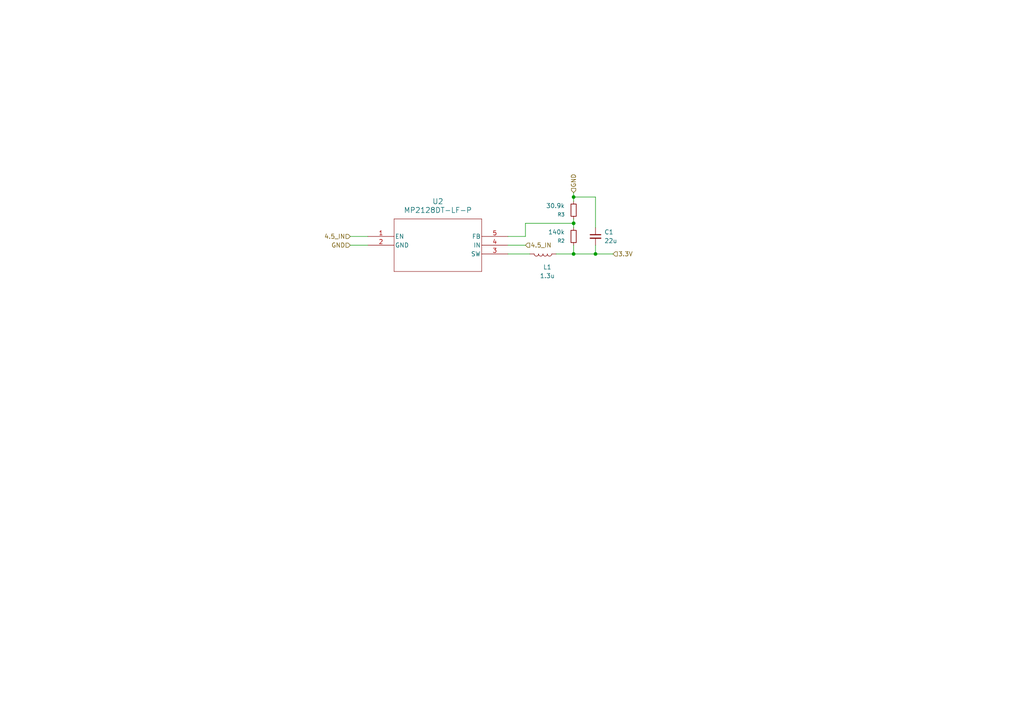
<source format=kicad_sch>
(kicad_sch (version 20250114) (generator "eeschema") (generator_version "9.0")
  (paper "A4")
  (lib_symbols
    (symbol "Device:C_Small" (pin_numbers (hide yes)) (pin_names (offset 0.254) (hide yes))
      (property "Reference" "C" (at 0.254 1.778 0))
      (property "Value" "C_Small" (at 0.254 -2.032 0))
      (symbol "C_Small_0_1"
        (polyline (pts (xy -1.524 0.508) (xy 1.524 0.508)) (stroke (width 0.3048)))
        (polyline (pts (xy -1.524 -0.508) (xy 1.524 -0.508)) (stroke (width 0.3302)))
      )
      (symbol "C_Small_1_1"
        (pin passive line (at 0 2.54 270) (length 2.032) (name "~") (number "1"))
        (pin passive line (at 0 -2.54 90) (length 2.032) (name "~") (number "2"))
      )
    )
    (symbol "Device:L" (pin_numbers (hide yes)) (pin_names (offset 1.016) (hide yes))
      (property "Reference" "L" (at -1.27 0 90))
      (property "Value" "L" (at 1.905 0 90))
      (symbol "L_0_1"
        (arc (start 0 2.54) (mid 0.6323 1.905) (end 0 1.27))
        (arc (start 0 1.27) (mid 0.6323 0.635) (end 0 0))
        (arc (start 0 0) (mid 0.6323 -0.635) (end 0 -1.27))
        (arc (start 0 -1.27) (mid 0.6323 -1.905) (end 0 -2.54))
      )
      (symbol "L_1_1"
        (pin passive line (at 0 3.81 270) (length 1.27) (name "1") (number "1"))
        (pin passive line (at 0 -3.81 90) (length 1.27) (name "2") (number "2"))
      )
    )
    (symbol "Device:R_Small" (pin_numbers (hide yes)) (pin_names (offset 0.254) (hide yes))
      (property "Reference" "R" (at 0 0 90))
      (property "Value" "R_Small" (at 1.778 0 90))
      (symbol "R_Small_0_1"
        (rectangle (start -0.762 1.778) (end 0.762 -1.778) (stroke (width 0.2032)))
      )
      (symbol "R_Small_1_1"
        (pin passive line (at 0 2.54 270) (length 0.762) (name "~") (number "1"))
        (pin passive line (at 0 -2.54 90) (length 0.762) (name "~") (number "2"))
      )
    )
    (symbol "symbols:MP2128DT-LF-P" (pin_names (offset 0.254))
      (property "Reference" "U" (at 20.32 10.16 0))
      (property "Value" "MP2128DT-LF-P" (at 20.32 7.62 0))
      (symbol "MP2128DT-LF-P_0_1"
        (polyline (pts (xy 7.62 5.08) (xy 7.62 -10.16)) (stroke (width 0.127)))
        (polyline (pts (xy 7.62 -10.16) (xy 33.02 -10.16)) (stroke (width 0.127)))
        (polyline (pts (xy 33.02 5.08) (xy 7.62 5.08)) (stroke (width 0.127)))
        (polyline (pts (xy 33.02 -10.16) (xy 33.02 5.08)) (stroke (width 0.127)))
        (pin unspecified line (at 0 0 0) (length 7.62) (name "EN") (number "1"))
        (pin power_out line (at 0 -2.54 0) (length 7.62) (name "GND") (number "2"))
        (pin unspecified line (at 40.64 0 180) (length 7.62) (name "FB") (number "5"))
        (pin input line (at 40.64 -2.54 180) (length 7.62) (name "IN") (number "4"))
        (pin unspecified line (at 40.64 -5.08 180) (length 7.62) (name "SW") (number "3"))
      )
    )
  )
  (junction (at 166.37 64.77))
  (junction (at 172.72 73.66))
  (junction (at 166.37 57.15))
  (junction (at 166.37 73.66))
  (wire (pts (xy 152.4 68.58) (xy 152.4 64.77)))
  (wire (pts (xy 166.37 71.12) (xy 166.37 73.66)))
  (wire (pts (xy 166.37 58.42) (xy 166.37 57.15)))
  (wire (pts (xy 101.6 68.58) (xy 106.68 68.58)))
  (wire (pts (xy 147.32 73.66) (xy 153.67 73.66)))
  (wire (pts (xy 152.4 64.77) (xy 166.37 64.77)))
  (wire (pts (xy 147.32 68.58) (xy 152.4 68.58)))
  (wire (pts (xy 101.6 71.12) (xy 106.68 71.12)))
  (wire (pts (xy 166.37 66.04) (xy 166.37 64.77)))
  (wire (pts (xy 161.29 73.66) (xy 166.37 73.66)))
  (wire (pts (xy 166.37 64.77) (xy 166.37 63.5)))
  (wire (pts (xy 147.32 71.12) (xy 152.4 71.12)))
  (wire (pts (xy 166.37 57.15) (xy 166.37 55.88)))
  (wire (pts (xy 166.37 73.66) (xy 172.72 73.66)))
  (wire (pts (xy 172.72 66.04) (xy 172.72 57.15)))
  (wire (pts (xy 172.72 73.66) (xy 177.8 73.66)))
  (wire (pts (xy 172.72 71.12) (xy 172.72 73.66)))
  (wire (pts (xy 172.72 57.15) (xy 166.37 57.15)))
  (hierarchical_label "4.5_IN" (shape input) (at 101.6 68.58 180))
  (hierarchical_label "GND" (shape input) (at 166.37 55.88 90))
  (hierarchical_label "3.3V" (shape input) (at 177.8 73.66 0))
  (hierarchical_label "4.5_IN" (shape input) (at 152.4 71.12 0))
  (hierarchical_label "GND" (shape input) (at 101.6 71.12 180))
  (symbol (lib_id "Device:L") (at 157.48 73.66 270) (unit 1)
    (property "Reference" "L1" (at 158.75 77.47 90))
    (property "Value" "1.3u" (at 158.75 80.01 90))
    (property "Description" "Inductor" (effects (hide yes)))
  )
  (symbol (lib_id "symbols:MP2128DT-LF-P") (at 106.68 68.58 0) (unit 1)
    (property "Reference" "U2" (at 127 58.42 0) (effects (font (size 1.524 1.524))))
    (property "Value" "MP2128DT-LF-P" (at 127 60.96 0) (effects (font (size 1.524 1.524))))
    (property "Footprint" "SOT23_MP2128_MNP" (effects (hide yes)))
    (property "Datasheet" "https://www.monolithicpower.com/en/documentview/productdocument/index/version/2/document_type/Datasheet/lang/en/sku/MP2128DG" (effects (hide yes)))
  )
  (symbol (lib_id "Device:R_Small") (at 166.37 60.96 180) (unit 1)
    (property "Reference" "R3" (at 163.83 62.2301 0) (effects (font (size 1.016 1.016)) (justify left)))
    (property "Value" "30.9k" (at 163.83 59.6901 0) (effects (justify left)))
    (property "Description" "Resistor, small symbol" (effects (hide yes)))
  )
  (symbol (lib_id "Device:R_Small") (at 166.37 68.58 180) (unit 1)
    (property "Reference" "R2" (at 163.83 69.8501 0) (effects (font (size 1.016 1.016)) (justify left)))
    (property "Value" "140k" (at 163.83 67.3101 0) (effects (justify left)))
    (property "Description" "Resistor, small symbol" (effects (hide yes)))
  )
  (symbol (lib_id "Device:C_Small") (at 172.72 68.58 0) (unit 1)
    (property "Reference" "C1" (at 175.26 67.3162 0) (effects (justify left)))
    (property "Value" "22u" (at 175.26 69.8562 0) (effects (justify left)))
    (property "Description" "Unpolarized capacitor, small symbol" (effects (hide yes)))
  )
)
</source>
